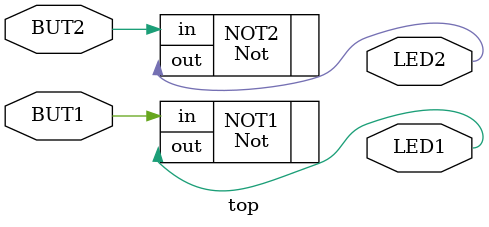
<source format=v>
`default_nettype none
module top(
	input BUT1,
	input BUT2,
	output LED1,
	output LED2
);

	Not NOT1(.in(BUT1),.out(LED1));
	Not NOT2(.in(BUT2),.out(LED2));
	
endmodule

</source>
